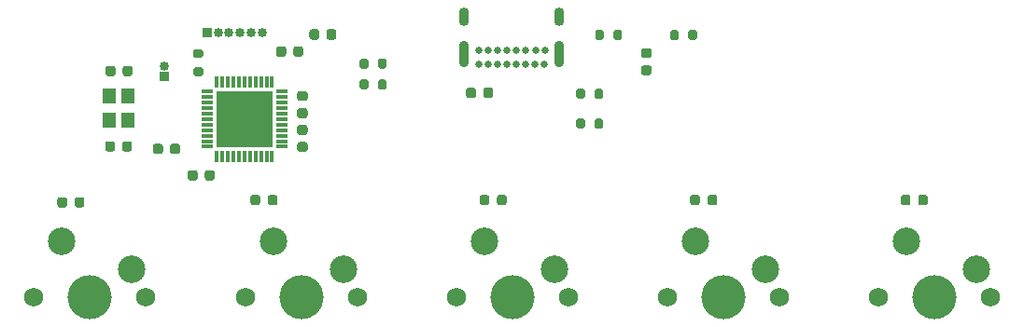
<source format=gbr>
%TF.GenerationSoftware,KiCad,Pcbnew,(5.1.7)-1*%
%TF.CreationDate,2021-01-12T02:41:31-08:00*%
%TF.ProjectId,pain5,7061696e-352e-46b6-9963-61645f706362,rev?*%
%TF.SameCoordinates,Original*%
%TF.FileFunction,Soldermask,Top*%
%TF.FilePolarity,Negative*%
%FSLAX46Y46*%
G04 Gerber Fmt 4.6, Leading zero omitted, Abs format (unit mm)*
G04 Created by KiCad (PCBNEW (5.1.7)-1) date 2021-01-12 02:41:31*
%MOMM*%
%LPD*%
G01*
G04 APERTURE LIST*
%ADD10O,0.900000X1.700000*%
%ADD11O,0.900000X2.400000*%
%ADD12C,0.650000*%
%ADD13O,0.850000X0.850000*%
%ADD14R,0.850000X0.850000*%
%ADD15C,2.500000*%
%ADD16C,4.000000*%
%ADD17C,1.750000*%
%ADD18R,5.080000X5.080000*%
%ADD19R,0.300000X1.000000*%
%ADD20R,1.000000X0.300000*%
%ADD21R,1.200000X1.400000*%
G04 APERTURE END LIST*
D10*
%TO.C,J1*%
X169325000Y-64740000D03*
X160675000Y-64740000D03*
D11*
X169325000Y-68120000D03*
X160675000Y-68120000D03*
D12*
X167980000Y-67775000D03*
X167130000Y-67775000D03*
X166280000Y-67775000D03*
X165430000Y-67775000D03*
X164580000Y-67775000D03*
X163730000Y-67775000D03*
X162880000Y-67775000D03*
X162025000Y-67775000D03*
X167975000Y-69100000D03*
X167125000Y-69100000D03*
X166275000Y-69100000D03*
X165425000Y-69100000D03*
X164575000Y-69100000D03*
X162875000Y-69100000D03*
X162025000Y-69100000D03*
X163725000Y-69100000D03*
%TD*%
D13*
%TO.C,J2*%
X142350000Y-66150000D03*
X141350000Y-66150000D03*
X140350000Y-66150000D03*
X139350000Y-66150000D03*
X138350000Y-66150000D03*
D14*
X137350000Y-66150000D03*
%TD*%
%TO.C,C1*%
G36*
G01*
X130550000Y-76270000D02*
X130550000Y-76770000D01*
G75*
G02*
X130325000Y-76995000I-225000J0D01*
G01*
X129875000Y-76995000D01*
G75*
G02*
X129650000Y-76770000I0J225000D01*
G01*
X129650000Y-76270000D01*
G75*
G02*
X129875000Y-76045000I225000J0D01*
G01*
X130325000Y-76045000D01*
G75*
G02*
X130550000Y-76270000I0J-225000D01*
G01*
G37*
G36*
G01*
X129000000Y-76270000D02*
X129000000Y-76770000D01*
G75*
G02*
X128775000Y-76995000I-225000J0D01*
G01*
X128325000Y-76995000D01*
G75*
G02*
X128100000Y-76770000I0J225000D01*
G01*
X128100000Y-76270000D01*
G75*
G02*
X128325000Y-76045000I225000J0D01*
G01*
X128775000Y-76045000D01*
G75*
G02*
X129000000Y-76270000I0J-225000D01*
G01*
G37*
%TD*%
%TO.C,C2*%
G36*
G01*
X130600000Y-69412000D02*
X130600000Y-69912000D01*
G75*
G02*
X130375000Y-70137000I-225000J0D01*
G01*
X129925000Y-70137000D01*
G75*
G02*
X129700000Y-69912000I0J225000D01*
G01*
X129700000Y-69412000D01*
G75*
G02*
X129925000Y-69187000I225000J0D01*
G01*
X130375000Y-69187000D01*
G75*
G02*
X130600000Y-69412000I0J-225000D01*
G01*
G37*
G36*
G01*
X129050000Y-69412000D02*
X129050000Y-69912000D01*
G75*
G02*
X128825000Y-70137000I-225000J0D01*
G01*
X128375000Y-70137000D01*
G75*
G02*
X128150000Y-69912000I0J225000D01*
G01*
X128150000Y-69412000D01*
G75*
G02*
X128375000Y-69187000I225000J0D01*
G01*
X128825000Y-69187000D01*
G75*
G02*
X129050000Y-69412000I0J-225000D01*
G01*
G37*
%TD*%
%TO.C,C3*%
G36*
G01*
X133350000Y-76500000D02*
X133350000Y-77000000D01*
G75*
G02*
X133125000Y-77225000I-225000J0D01*
G01*
X132675000Y-77225000D01*
G75*
G02*
X132450000Y-77000000I0J225000D01*
G01*
X132450000Y-76500000D01*
G75*
G02*
X132675000Y-76275000I225000J0D01*
G01*
X133125000Y-76275000D01*
G75*
G02*
X133350000Y-76500000I0J-225000D01*
G01*
G37*
G36*
G01*
X134900000Y-76500000D02*
X134900000Y-77000000D01*
G75*
G02*
X134675000Y-77225000I-225000J0D01*
G01*
X134225000Y-77225000D01*
G75*
G02*
X134000000Y-77000000I0J225000D01*
G01*
X134000000Y-76500000D01*
G75*
G02*
X134225000Y-76275000I225000J0D01*
G01*
X134675000Y-76275000D01*
G75*
G02*
X134900000Y-76500000I0J-225000D01*
G01*
G37*
%TD*%
%TO.C,C4*%
G36*
G01*
X138050000Y-78900000D02*
X138050000Y-79400000D01*
G75*
G02*
X137825000Y-79625000I-225000J0D01*
G01*
X137375000Y-79625000D01*
G75*
G02*
X137150000Y-79400000I0J225000D01*
G01*
X137150000Y-78900000D01*
G75*
G02*
X137375000Y-78675000I225000J0D01*
G01*
X137825000Y-78675000D01*
G75*
G02*
X138050000Y-78900000I0J-225000D01*
G01*
G37*
G36*
G01*
X136500000Y-78900000D02*
X136500000Y-79400000D01*
G75*
G02*
X136275000Y-79625000I-225000J0D01*
G01*
X135825000Y-79625000D01*
G75*
G02*
X135600000Y-79400000I0J225000D01*
G01*
X135600000Y-78900000D01*
G75*
G02*
X135825000Y-78675000I225000J0D01*
G01*
X136275000Y-78675000D01*
G75*
G02*
X136500000Y-78900000I0J-225000D01*
G01*
G37*
%TD*%
%TO.C,C5*%
G36*
G01*
X145750000Y-73050000D02*
X146250000Y-73050000D01*
G75*
G02*
X146475000Y-73275000I0J-225000D01*
G01*
X146475000Y-73725000D01*
G75*
G02*
X146250000Y-73950000I-225000J0D01*
G01*
X145750000Y-73950000D01*
G75*
G02*
X145525000Y-73725000I0J225000D01*
G01*
X145525000Y-73275000D01*
G75*
G02*
X145750000Y-73050000I225000J0D01*
G01*
G37*
G36*
G01*
X145750000Y-71500000D02*
X146250000Y-71500000D01*
G75*
G02*
X146475000Y-71725000I0J-225000D01*
G01*
X146475000Y-72175000D01*
G75*
G02*
X146250000Y-72400000I-225000J0D01*
G01*
X145750000Y-72400000D01*
G75*
G02*
X145525000Y-72175000I0J225000D01*
G01*
X145525000Y-71725000D01*
G75*
G02*
X145750000Y-71500000I225000J0D01*
G01*
G37*
%TD*%
%TO.C,C6*%
G36*
G01*
X146250000Y-77025000D02*
X145750000Y-77025000D01*
G75*
G02*
X145525000Y-76800000I0J225000D01*
G01*
X145525000Y-76350000D01*
G75*
G02*
X145750000Y-76125000I225000J0D01*
G01*
X146250000Y-76125000D01*
G75*
G02*
X146475000Y-76350000I0J-225000D01*
G01*
X146475000Y-76800000D01*
G75*
G02*
X146250000Y-77025000I-225000J0D01*
G01*
G37*
G36*
G01*
X146250000Y-75475000D02*
X145750000Y-75475000D01*
G75*
G02*
X145525000Y-75250000I0J225000D01*
G01*
X145525000Y-74800000D01*
G75*
G02*
X145750000Y-74575000I225000J0D01*
G01*
X146250000Y-74575000D01*
G75*
G02*
X146475000Y-74800000I0J-225000D01*
G01*
X146475000Y-75250000D01*
G75*
G02*
X146250000Y-75475000I-225000J0D01*
G01*
G37*
%TD*%
%TO.C,C7*%
G36*
G01*
X147525000Y-66100000D02*
X147525000Y-66600000D01*
G75*
G02*
X147300000Y-66825000I-225000J0D01*
G01*
X146850000Y-66825000D01*
G75*
G02*
X146625000Y-66600000I0J225000D01*
G01*
X146625000Y-66100000D01*
G75*
G02*
X146850000Y-65875000I225000J0D01*
G01*
X147300000Y-65875000D01*
G75*
G02*
X147525000Y-66100000I0J-225000D01*
G01*
G37*
G36*
G01*
X149075000Y-66100000D02*
X149075000Y-66600000D01*
G75*
G02*
X148850000Y-66825000I-225000J0D01*
G01*
X148400000Y-66825000D01*
G75*
G02*
X148175000Y-66600000I0J225000D01*
G01*
X148175000Y-66100000D01*
G75*
G02*
X148400000Y-65875000I225000J0D01*
G01*
X148850000Y-65875000D01*
G75*
G02*
X149075000Y-66100000I0J-225000D01*
G01*
G37*
%TD*%
%TO.C,C8*%
G36*
G01*
X163300000Y-71400000D02*
X163300000Y-71900000D01*
G75*
G02*
X163075000Y-72125000I-225000J0D01*
G01*
X162625000Y-72125000D01*
G75*
G02*
X162400000Y-71900000I0J225000D01*
G01*
X162400000Y-71400000D01*
G75*
G02*
X162625000Y-71175000I225000J0D01*
G01*
X163075000Y-71175000D01*
G75*
G02*
X163300000Y-71400000I0J-225000D01*
G01*
G37*
G36*
G01*
X161750000Y-71400000D02*
X161750000Y-71900000D01*
G75*
G02*
X161525000Y-72125000I-225000J0D01*
G01*
X161075000Y-72125000D01*
G75*
G02*
X160850000Y-71900000I0J225000D01*
G01*
X160850000Y-71400000D01*
G75*
G02*
X161075000Y-71175000I225000J0D01*
G01*
X161525000Y-71175000D01*
G75*
G02*
X161750000Y-71400000I0J-225000D01*
G01*
G37*
%TD*%
%TO.C,C9*%
G36*
G01*
X145175000Y-68150000D02*
X145175000Y-67650000D01*
G75*
G02*
X145400000Y-67425000I225000J0D01*
G01*
X145850000Y-67425000D01*
G75*
G02*
X146075000Y-67650000I0J-225000D01*
G01*
X146075000Y-68150000D01*
G75*
G02*
X145850000Y-68375000I-225000J0D01*
G01*
X145400000Y-68375000D01*
G75*
G02*
X145175000Y-68150000I0J225000D01*
G01*
G37*
G36*
G01*
X143625000Y-68150000D02*
X143625000Y-67650000D01*
G75*
G02*
X143850000Y-67425000I225000J0D01*
G01*
X144300000Y-67425000D01*
G75*
G02*
X144525000Y-67650000I0J-225000D01*
G01*
X144525000Y-68150000D01*
G75*
G02*
X144300000Y-68375000I-225000J0D01*
G01*
X143850000Y-68375000D01*
G75*
G02*
X143625000Y-68150000I0J225000D01*
G01*
G37*
%TD*%
%TO.C,D1*%
G36*
G01*
X126225000Y-81343750D02*
X126225000Y-81856250D01*
G75*
G02*
X126006250Y-82075000I-218750J0D01*
G01*
X125568750Y-82075000D01*
G75*
G02*
X125350000Y-81856250I0J218750D01*
G01*
X125350000Y-81343750D01*
G75*
G02*
X125568750Y-81125000I218750J0D01*
G01*
X126006250Y-81125000D01*
G75*
G02*
X126225000Y-81343750I0J-218750D01*
G01*
G37*
G36*
G01*
X124650000Y-81343750D02*
X124650000Y-81856250D01*
G75*
G02*
X124431250Y-82075000I-218750J0D01*
G01*
X123993750Y-82075000D01*
G75*
G02*
X123775000Y-81856250I0J218750D01*
G01*
X123775000Y-81343750D01*
G75*
G02*
X123993750Y-81125000I218750J0D01*
G01*
X124431250Y-81125000D01*
G75*
G02*
X124650000Y-81343750I0J-218750D01*
G01*
G37*
%TD*%
%TO.C,D2*%
G36*
G01*
X141287500Y-81656250D02*
X141287500Y-81143750D01*
G75*
G02*
X141506250Y-80925000I218750J0D01*
G01*
X141943750Y-80925000D01*
G75*
G02*
X142162500Y-81143750I0J-218750D01*
G01*
X142162500Y-81656250D01*
G75*
G02*
X141943750Y-81875000I-218750J0D01*
G01*
X141506250Y-81875000D01*
G75*
G02*
X141287500Y-81656250I0J218750D01*
G01*
G37*
G36*
G01*
X142862500Y-81656250D02*
X142862500Y-81143750D01*
G75*
G02*
X143081250Y-80925000I218750J0D01*
G01*
X143518750Y-80925000D01*
G75*
G02*
X143737500Y-81143750I0J-218750D01*
G01*
X143737500Y-81656250D01*
G75*
G02*
X143518750Y-81875000I-218750J0D01*
G01*
X143081250Y-81875000D01*
G75*
G02*
X142862500Y-81656250I0J218750D01*
G01*
G37*
%TD*%
%TO.C,D3*%
G36*
G01*
X162950000Y-81143750D02*
X162950000Y-81656250D01*
G75*
G02*
X162731250Y-81875000I-218750J0D01*
G01*
X162293750Y-81875000D01*
G75*
G02*
X162075000Y-81656250I0J218750D01*
G01*
X162075000Y-81143750D01*
G75*
G02*
X162293750Y-80925000I218750J0D01*
G01*
X162731250Y-80925000D01*
G75*
G02*
X162950000Y-81143750I0J-218750D01*
G01*
G37*
G36*
G01*
X164525000Y-81143750D02*
X164525000Y-81656250D01*
G75*
G02*
X164306250Y-81875000I-218750J0D01*
G01*
X163868750Y-81875000D01*
G75*
G02*
X163650000Y-81656250I0J218750D01*
G01*
X163650000Y-81143750D01*
G75*
G02*
X163868750Y-80925000I218750J0D01*
G01*
X164306250Y-80925000D01*
G75*
G02*
X164525000Y-81143750I0J-218750D01*
G01*
G37*
%TD*%
%TO.C,D4*%
G36*
G01*
X183625000Y-81143750D02*
X183625000Y-81656250D01*
G75*
G02*
X183406250Y-81875000I-218750J0D01*
G01*
X182968750Y-81875000D01*
G75*
G02*
X182750000Y-81656250I0J218750D01*
G01*
X182750000Y-81143750D01*
G75*
G02*
X182968750Y-80925000I218750J0D01*
G01*
X183406250Y-80925000D01*
G75*
G02*
X183625000Y-81143750I0J-218750D01*
G01*
G37*
G36*
G01*
X182050000Y-81143750D02*
X182050000Y-81656250D01*
G75*
G02*
X181831250Y-81875000I-218750J0D01*
G01*
X181393750Y-81875000D01*
G75*
G02*
X181175000Y-81656250I0J218750D01*
G01*
X181175000Y-81143750D01*
G75*
G02*
X181393750Y-80925000I218750J0D01*
G01*
X181831250Y-80925000D01*
G75*
G02*
X182050000Y-81143750I0J-218750D01*
G01*
G37*
%TD*%
%TO.C,D5*%
G36*
G01*
X201150000Y-81143750D02*
X201150000Y-81656250D01*
G75*
G02*
X200931250Y-81875000I-218750J0D01*
G01*
X200493750Y-81875000D01*
G75*
G02*
X200275000Y-81656250I0J218750D01*
G01*
X200275000Y-81143750D01*
G75*
G02*
X200493750Y-80925000I218750J0D01*
G01*
X200931250Y-80925000D01*
G75*
G02*
X201150000Y-81143750I0J-218750D01*
G01*
G37*
G36*
G01*
X202725000Y-81143750D02*
X202725000Y-81656250D01*
G75*
G02*
X202506250Y-81875000I-218750J0D01*
G01*
X202068750Y-81875000D01*
G75*
G02*
X201850000Y-81656250I0J218750D01*
G01*
X201850000Y-81143750D01*
G75*
G02*
X202068750Y-80925000I218750J0D01*
G01*
X202506250Y-80925000D01*
G75*
G02*
X202725000Y-81143750I0J-218750D01*
G01*
G37*
%TD*%
%TO.C,D6*%
G36*
G01*
X177456250Y-70037500D02*
X176943750Y-70037500D01*
G75*
G02*
X176725000Y-69818750I0J218750D01*
G01*
X176725000Y-69381250D01*
G75*
G02*
X176943750Y-69162500I218750J0D01*
G01*
X177456250Y-69162500D01*
G75*
G02*
X177675000Y-69381250I0J-218750D01*
G01*
X177675000Y-69818750D01*
G75*
G02*
X177456250Y-70037500I-218750J0D01*
G01*
G37*
G36*
G01*
X177456250Y-68462500D02*
X176943750Y-68462500D01*
G75*
G02*
X176725000Y-68243750I0J218750D01*
G01*
X176725000Y-67806250D01*
G75*
G02*
X176943750Y-67587500I218750J0D01*
G01*
X177456250Y-67587500D01*
G75*
G02*
X177675000Y-67806250I0J-218750D01*
G01*
X177675000Y-68243750D01*
G75*
G02*
X177456250Y-68462500I-218750J0D01*
G01*
G37*
%TD*%
%TO.C,J3*%
X133500000Y-70200000D03*
D13*
X133500000Y-69200000D03*
%TD*%
D15*
%TO.C,K1*%
X130550000Y-87685000D03*
X124200000Y-85145000D03*
D16*
X126740000Y-90225000D03*
D17*
X131820000Y-90225000D03*
X121660000Y-90225000D03*
%TD*%
%TO.C,K2*%
X140810000Y-90225000D03*
X150970000Y-90225000D03*
D16*
X145890000Y-90225000D03*
D15*
X143350000Y-85145000D03*
X149700000Y-87685000D03*
%TD*%
%TO.C,K3*%
X168825000Y-87685000D03*
X162475000Y-85145000D03*
D16*
X165015000Y-90225000D03*
D17*
X170095000Y-90225000D03*
X159935000Y-90225000D03*
%TD*%
%TO.C,K4*%
X179085000Y-90225000D03*
X189245000Y-90225000D03*
D16*
X184165000Y-90225000D03*
D15*
X181625000Y-85145000D03*
X187975000Y-87685000D03*
%TD*%
%TO.C,K5*%
X207115000Y-87680000D03*
X200765000Y-85140000D03*
D16*
X203305000Y-90220000D03*
D17*
X208385000Y-90220000D03*
X198225000Y-90220000D03*
%TD*%
%TO.C,R1*%
G36*
G01*
X151175000Y-71175000D02*
X151175000Y-70625000D01*
G75*
G02*
X151375000Y-70425000I200000J0D01*
G01*
X151775000Y-70425000D01*
G75*
G02*
X151975000Y-70625000I0J-200000D01*
G01*
X151975000Y-71175000D01*
G75*
G02*
X151775000Y-71375000I-200000J0D01*
G01*
X151375000Y-71375000D01*
G75*
G02*
X151175000Y-71175000I0J200000D01*
G01*
G37*
G36*
G01*
X152825000Y-71175000D02*
X152825000Y-70625000D01*
G75*
G02*
X153025000Y-70425000I200000J0D01*
G01*
X153425000Y-70425000D01*
G75*
G02*
X153625000Y-70625000I0J-200000D01*
G01*
X153625000Y-71175000D01*
G75*
G02*
X153425000Y-71375000I-200000J0D01*
G01*
X153025000Y-71375000D01*
G75*
G02*
X152825000Y-71175000I0J200000D01*
G01*
G37*
%TD*%
%TO.C,R2*%
G36*
G01*
X151200000Y-69275000D02*
X151200000Y-68725000D01*
G75*
G02*
X151400000Y-68525000I200000J0D01*
G01*
X151800000Y-68525000D01*
G75*
G02*
X152000000Y-68725000I0J-200000D01*
G01*
X152000000Y-69275000D01*
G75*
G02*
X151800000Y-69475000I-200000J0D01*
G01*
X151400000Y-69475000D01*
G75*
G02*
X151200000Y-69275000I0J200000D01*
G01*
G37*
G36*
G01*
X152850000Y-69275000D02*
X152850000Y-68725000D01*
G75*
G02*
X153050000Y-68525000I200000J0D01*
G01*
X153450000Y-68525000D01*
G75*
G02*
X153650000Y-68725000I0J-200000D01*
G01*
X153650000Y-69275000D01*
G75*
G02*
X153450000Y-69475000I-200000J0D01*
G01*
X153050000Y-69475000D01*
G75*
G02*
X152850000Y-69275000I0J200000D01*
G01*
G37*
%TD*%
%TO.C,R3*%
G36*
G01*
X172500000Y-74725000D02*
X172500000Y-74175000D01*
G75*
G02*
X172700000Y-73975000I200000J0D01*
G01*
X173100000Y-73975000D01*
G75*
G02*
X173300000Y-74175000I0J-200000D01*
G01*
X173300000Y-74725000D01*
G75*
G02*
X173100000Y-74925000I-200000J0D01*
G01*
X172700000Y-74925000D01*
G75*
G02*
X172500000Y-74725000I0J200000D01*
G01*
G37*
G36*
G01*
X170850000Y-74725000D02*
X170850000Y-74175000D01*
G75*
G02*
X171050000Y-73975000I200000J0D01*
G01*
X171450000Y-73975000D01*
G75*
G02*
X171650000Y-74175000I0J-200000D01*
G01*
X171650000Y-74725000D01*
G75*
G02*
X171450000Y-74925000I-200000J0D01*
G01*
X171050000Y-74925000D01*
G75*
G02*
X170850000Y-74725000I0J200000D01*
G01*
G37*
%TD*%
%TO.C,R4*%
G36*
G01*
X170850000Y-72025000D02*
X170850000Y-71475000D01*
G75*
G02*
X171050000Y-71275000I200000J0D01*
G01*
X171450000Y-71275000D01*
G75*
G02*
X171650000Y-71475000I0J-200000D01*
G01*
X171650000Y-72025000D01*
G75*
G02*
X171450000Y-72225000I-200000J0D01*
G01*
X171050000Y-72225000D01*
G75*
G02*
X170850000Y-72025000I0J200000D01*
G01*
G37*
G36*
G01*
X172500000Y-72025000D02*
X172500000Y-71475000D01*
G75*
G02*
X172700000Y-71275000I200000J0D01*
G01*
X173100000Y-71275000D01*
G75*
G02*
X173300000Y-71475000I0J-200000D01*
G01*
X173300000Y-72025000D01*
G75*
G02*
X173100000Y-72225000I-200000J0D01*
G01*
X172700000Y-72225000D01*
G75*
G02*
X172500000Y-72025000I0J200000D01*
G01*
G37*
%TD*%
%TO.C,R5*%
G36*
G01*
X136825000Y-68475000D02*
X136275000Y-68475000D01*
G75*
G02*
X136075000Y-68275000I0J200000D01*
G01*
X136075000Y-67875000D01*
G75*
G02*
X136275000Y-67675000I200000J0D01*
G01*
X136825000Y-67675000D01*
G75*
G02*
X137025000Y-67875000I0J-200000D01*
G01*
X137025000Y-68275000D01*
G75*
G02*
X136825000Y-68475000I-200000J0D01*
G01*
G37*
G36*
G01*
X136825000Y-70125000D02*
X136275000Y-70125000D01*
G75*
G02*
X136075000Y-69925000I0J200000D01*
G01*
X136075000Y-69525000D01*
G75*
G02*
X136275000Y-69325000I200000J0D01*
G01*
X136825000Y-69325000D01*
G75*
G02*
X137025000Y-69525000I0J-200000D01*
G01*
X137025000Y-69925000D01*
G75*
G02*
X136825000Y-70125000I-200000J0D01*
G01*
G37*
%TD*%
D18*
%TO.C,U1*%
X140750000Y-74050000D03*
D19*
X143250000Y-70700000D03*
X142750000Y-70700000D03*
X142250000Y-70700000D03*
X141750000Y-70700000D03*
X141250000Y-70700000D03*
X140750000Y-70700000D03*
X140250000Y-70700000D03*
X139750000Y-70700000D03*
X139250000Y-70700000D03*
X138750000Y-70700000D03*
X138250000Y-70700000D03*
D20*
X137400000Y-71550000D03*
X137400000Y-72050000D03*
X137400000Y-72550000D03*
X137400000Y-73050000D03*
X137400000Y-73550000D03*
X137400000Y-74050000D03*
X137400000Y-74550000D03*
X137400000Y-75050000D03*
X137400000Y-75550000D03*
X137400000Y-76050000D03*
X137400000Y-76550000D03*
D19*
X138250000Y-77400000D03*
X138750000Y-77400000D03*
X139250000Y-77400000D03*
X139750000Y-77400000D03*
X140250000Y-77400000D03*
X140750000Y-77400000D03*
X141250000Y-77400000D03*
X141750000Y-77400000D03*
X142250000Y-77400000D03*
X142750000Y-77400000D03*
X143250000Y-77400000D03*
D20*
X144100000Y-76550000D03*
X144100000Y-76050000D03*
X144100000Y-75550000D03*
X144100000Y-75050000D03*
X144100000Y-74550000D03*
X144100000Y-74050000D03*
X144100000Y-73550000D03*
X144100000Y-73050000D03*
X144100000Y-72550000D03*
X144100000Y-72050000D03*
X144100000Y-71550000D03*
%TD*%
D21*
%TO.C,Y1*%
X130150000Y-74175000D03*
X130150000Y-71975000D03*
X128450000Y-71975000D03*
X128450000Y-74175000D03*
%TD*%
%TO.C,R6*%
G36*
G01*
X174200000Y-66675000D02*
X174200000Y-66125000D01*
G75*
G02*
X174400000Y-65925000I200000J0D01*
G01*
X174800000Y-65925000D01*
G75*
G02*
X175000000Y-66125000I0J-200000D01*
G01*
X175000000Y-66675000D01*
G75*
G02*
X174800000Y-66875000I-200000J0D01*
G01*
X174400000Y-66875000D01*
G75*
G02*
X174200000Y-66675000I0J200000D01*
G01*
G37*
G36*
G01*
X172550000Y-66675000D02*
X172550000Y-66125000D01*
G75*
G02*
X172750000Y-65925000I200000J0D01*
G01*
X173150000Y-65925000D01*
G75*
G02*
X173350000Y-66125000I0J-200000D01*
G01*
X173350000Y-66675000D01*
G75*
G02*
X173150000Y-66875000I-200000J0D01*
G01*
X172750000Y-66875000D01*
G75*
G02*
X172550000Y-66675000I0J200000D01*
G01*
G37*
%TD*%
%TO.C,R7*%
G36*
G01*
X179350000Y-66675000D02*
X179350000Y-66125000D01*
G75*
G02*
X179550000Y-65925000I200000J0D01*
G01*
X179950000Y-65925000D01*
G75*
G02*
X180150000Y-66125000I0J-200000D01*
G01*
X180150000Y-66675000D01*
G75*
G02*
X179950000Y-66875000I-200000J0D01*
G01*
X179550000Y-66875000D01*
G75*
G02*
X179350000Y-66675000I0J200000D01*
G01*
G37*
G36*
G01*
X181000000Y-66675000D02*
X181000000Y-66125000D01*
G75*
G02*
X181200000Y-65925000I200000J0D01*
G01*
X181600000Y-65925000D01*
G75*
G02*
X181800000Y-66125000I0J-200000D01*
G01*
X181800000Y-66675000D01*
G75*
G02*
X181600000Y-66875000I-200000J0D01*
G01*
X181200000Y-66875000D01*
G75*
G02*
X181000000Y-66675000I0J200000D01*
G01*
G37*
%TD*%
M02*

</source>
